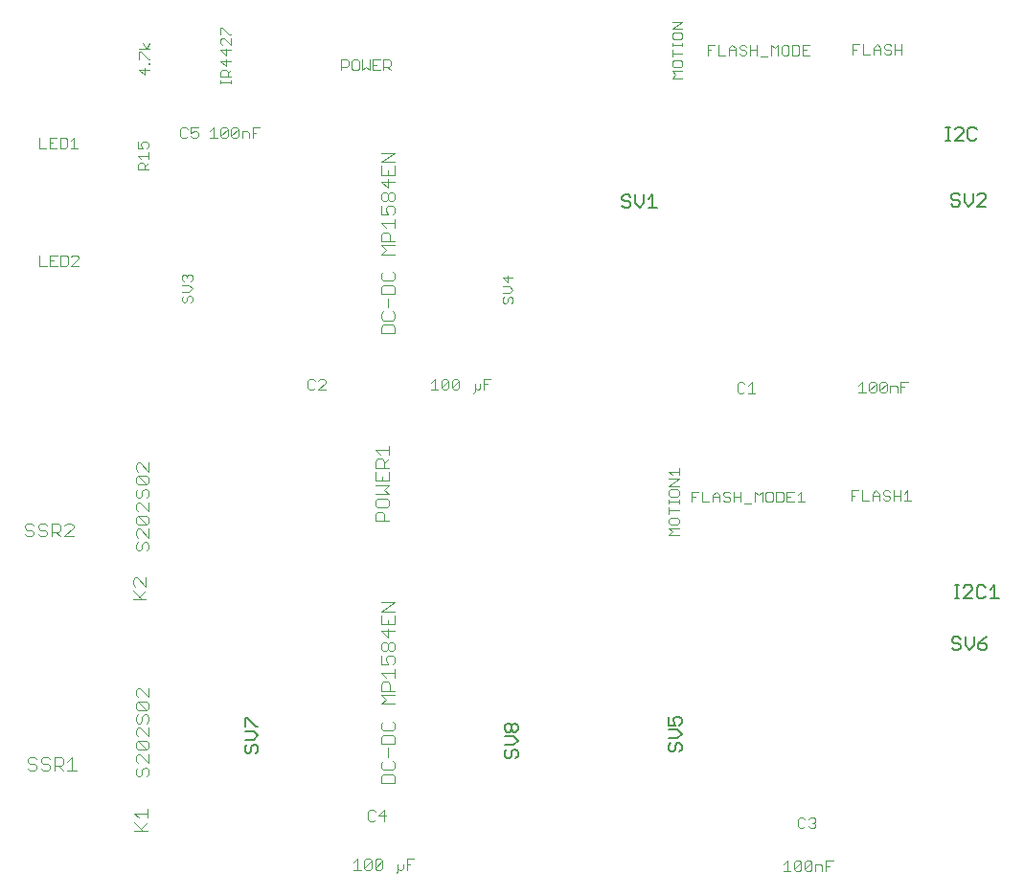
<source format=gto>
G75*
%MOIN*%
%OFA0B0*%
%FSLAX25Y25*%
%IPPOS*%
%LPD*%
%AMOC8*
5,1,8,0,0,1.08239X$1,22.5*
%
%ADD10C,0.00300*%
%ADD11C,0.00400*%
%ADD12C,0.00500*%
D10*
X0148250Y0050350D02*
X0150719Y0050350D01*
X0149484Y0050350D02*
X0149484Y0054053D01*
X0148250Y0052819D01*
X0151933Y0053436D02*
X0152550Y0054053D01*
X0153785Y0054053D01*
X0154402Y0053436D01*
X0151933Y0050967D01*
X0152550Y0050350D01*
X0153785Y0050350D01*
X0154402Y0050967D01*
X0154402Y0053436D01*
X0155616Y0053436D02*
X0156233Y0054053D01*
X0157468Y0054053D01*
X0158085Y0053436D01*
X0155616Y0050967D01*
X0156233Y0050350D01*
X0157468Y0050350D01*
X0158085Y0050967D01*
X0158085Y0053436D01*
X0155616Y0053436D02*
X0155616Y0050967D01*
X0151933Y0050967D02*
X0151933Y0053436D01*
X0163600Y0052202D02*
X0163600Y0050967D01*
X0163600Y0049733D01*
X0162983Y0049116D01*
X0164217Y0050350D02*
X0164834Y0050350D01*
X0165451Y0050967D01*
X0165451Y0052202D01*
X0166666Y0052202D02*
X0167900Y0052202D01*
X0166666Y0054053D02*
X0169134Y0054053D01*
X0166666Y0054053D02*
X0166666Y0050350D01*
X0164217Y0050350D02*
X0163600Y0050967D01*
X0158785Y0067350D02*
X0158785Y0071053D01*
X0156933Y0069202D01*
X0159402Y0069202D01*
X0155719Y0070436D02*
X0155102Y0071053D01*
X0153867Y0071053D01*
X0153250Y0070436D01*
X0153250Y0067967D01*
X0153867Y0067350D01*
X0155102Y0067350D01*
X0155719Y0067967D01*
X0297750Y0052319D02*
X0298984Y0053553D01*
X0298984Y0049850D01*
X0297750Y0049850D02*
X0300219Y0049850D01*
X0301433Y0050467D02*
X0303902Y0052936D01*
X0303902Y0050467D01*
X0303285Y0049850D01*
X0302050Y0049850D01*
X0301433Y0050467D01*
X0301433Y0052936D01*
X0302050Y0053553D01*
X0303285Y0053553D01*
X0303902Y0052936D01*
X0305116Y0052936D02*
X0305116Y0050467D01*
X0307585Y0052936D01*
X0307585Y0050467D01*
X0306968Y0049850D01*
X0305733Y0049850D01*
X0305116Y0050467D01*
X0305116Y0052936D02*
X0305733Y0053553D01*
X0306968Y0053553D01*
X0307585Y0052936D01*
X0308799Y0052319D02*
X0310651Y0052319D01*
X0311268Y0051702D01*
X0311268Y0049850D01*
X0312483Y0049850D02*
X0312483Y0053553D01*
X0314951Y0053553D01*
X0313717Y0051702D02*
X0312483Y0051702D01*
X0308799Y0052319D02*
X0308799Y0049850D01*
X0308285Y0064850D02*
X0307050Y0064850D01*
X0306433Y0065467D01*
X0305219Y0065467D02*
X0304602Y0064850D01*
X0303367Y0064850D01*
X0302750Y0065467D01*
X0302750Y0067936D01*
X0303367Y0068553D01*
X0304602Y0068553D01*
X0305219Y0067936D01*
X0306433Y0067936D02*
X0307050Y0068553D01*
X0308285Y0068553D01*
X0308902Y0067936D01*
X0308902Y0067319D01*
X0308285Y0066702D01*
X0308902Y0066084D01*
X0308902Y0065467D01*
X0308285Y0064850D01*
X0308285Y0066702D02*
X0307668Y0066702D01*
X0323850Y0216550D02*
X0326319Y0216550D01*
X0325084Y0216550D02*
X0325084Y0220253D01*
X0323850Y0219019D01*
X0327533Y0219636D02*
X0327533Y0217167D01*
X0330002Y0219636D01*
X0330002Y0217167D01*
X0329385Y0216550D01*
X0328150Y0216550D01*
X0327533Y0217167D01*
X0327533Y0219636D02*
X0328150Y0220253D01*
X0329385Y0220253D01*
X0330002Y0219636D01*
X0331216Y0219636D02*
X0331833Y0220253D01*
X0333068Y0220253D01*
X0333685Y0219636D01*
X0331216Y0217167D01*
X0331833Y0216550D01*
X0333068Y0216550D01*
X0333685Y0217167D01*
X0333685Y0219636D01*
X0334899Y0219019D02*
X0336751Y0219019D01*
X0337368Y0218402D01*
X0337368Y0216550D01*
X0338583Y0216550D02*
X0338583Y0220253D01*
X0341051Y0220253D01*
X0339817Y0218402D02*
X0338583Y0218402D01*
X0334899Y0219019D02*
X0334899Y0216550D01*
X0331216Y0217167D02*
X0331216Y0219636D01*
X0287902Y0216350D02*
X0285433Y0216350D01*
X0286668Y0216350D02*
X0286668Y0220053D01*
X0285433Y0218819D01*
X0284219Y0219436D02*
X0283602Y0220053D01*
X0282367Y0220053D01*
X0281750Y0219436D01*
X0281750Y0216967D01*
X0282367Y0216350D01*
X0283602Y0216350D01*
X0284219Y0216967D01*
X0195934Y0221253D02*
X0193466Y0221253D01*
X0193466Y0217550D01*
X0192251Y0218167D02*
X0192251Y0219402D01*
X0193466Y0219402D02*
X0194700Y0219402D01*
X0192251Y0218167D02*
X0191634Y0217550D01*
X0191017Y0217550D01*
X0190400Y0218167D01*
X0190400Y0216933D01*
X0189783Y0216316D01*
X0190400Y0218167D02*
X0190400Y0219402D01*
X0184885Y0220636D02*
X0184268Y0221253D01*
X0183033Y0221253D01*
X0182416Y0220636D01*
X0182416Y0218167D01*
X0184885Y0220636D01*
X0184885Y0218167D01*
X0184268Y0217550D01*
X0183033Y0217550D01*
X0182416Y0218167D01*
X0181202Y0218167D02*
X0180585Y0217550D01*
X0179350Y0217550D01*
X0178733Y0218167D01*
X0181202Y0220636D01*
X0181202Y0218167D01*
X0178733Y0218167D02*
X0178733Y0220636D01*
X0179350Y0221253D01*
X0180585Y0221253D01*
X0181202Y0220636D01*
X0177519Y0217550D02*
X0175050Y0217550D01*
X0176284Y0217550D02*
X0176284Y0221253D01*
X0175050Y0220019D01*
X0138302Y0219919D02*
X0135833Y0217450D01*
X0138302Y0217450D01*
X0138302Y0219919D02*
X0138302Y0220536D01*
X0137685Y0221153D01*
X0136450Y0221153D01*
X0135833Y0220536D01*
X0134619Y0220536D02*
X0134002Y0221153D01*
X0132767Y0221153D01*
X0132150Y0220536D01*
X0132150Y0218067D01*
X0132767Y0217450D01*
X0134002Y0217450D01*
X0134619Y0218067D01*
X0052368Y0260650D02*
X0049899Y0260650D01*
X0052368Y0263119D01*
X0052368Y0263736D01*
X0051751Y0264353D01*
X0050517Y0264353D01*
X0049899Y0263736D01*
X0048685Y0263736D02*
X0048685Y0261267D01*
X0048068Y0260650D01*
X0046216Y0260650D01*
X0046216Y0264353D01*
X0048068Y0264353D01*
X0048685Y0263736D01*
X0045002Y0264353D02*
X0042533Y0264353D01*
X0042533Y0260650D01*
X0045002Y0260650D01*
X0043768Y0262502D02*
X0042533Y0262502D01*
X0041319Y0260650D02*
X0038850Y0260650D01*
X0038850Y0264353D01*
X0073047Y0294101D02*
X0073047Y0295952D01*
X0073664Y0296569D01*
X0074898Y0296569D01*
X0075516Y0295952D01*
X0075516Y0294101D01*
X0075516Y0295335D02*
X0076750Y0296569D01*
X0076750Y0297784D02*
X0076750Y0300252D01*
X0076750Y0299018D02*
X0073047Y0299018D01*
X0074281Y0297784D01*
X0074898Y0301467D02*
X0074281Y0302701D01*
X0074281Y0303318D01*
X0074898Y0303936D01*
X0076133Y0303936D01*
X0076750Y0303318D01*
X0076750Y0302084D01*
X0076133Y0301467D01*
X0074898Y0301467D02*
X0073047Y0301467D01*
X0073047Y0303936D01*
X0073047Y0294101D02*
X0076750Y0294101D01*
X0087884Y0305767D02*
X0088501Y0305150D01*
X0089735Y0305150D01*
X0090352Y0305767D01*
X0091567Y0305767D02*
X0092184Y0305150D01*
X0093418Y0305150D01*
X0094036Y0305767D01*
X0094036Y0307002D01*
X0093418Y0307619D01*
X0092801Y0307619D01*
X0091567Y0307002D01*
X0091567Y0308853D01*
X0094036Y0308853D01*
X0090352Y0308236D02*
X0089735Y0308853D01*
X0088501Y0308853D01*
X0087884Y0308236D01*
X0087884Y0305767D01*
X0098234Y0305150D02*
X0100703Y0305150D01*
X0099469Y0305150D02*
X0099469Y0308853D01*
X0098234Y0307619D01*
X0101917Y0308236D02*
X0101917Y0305767D01*
X0104386Y0308236D01*
X0104386Y0305767D01*
X0103769Y0305150D01*
X0102535Y0305150D01*
X0101917Y0305767D01*
X0101917Y0308236D02*
X0102535Y0308853D01*
X0103769Y0308853D01*
X0104386Y0308236D01*
X0105601Y0308236D02*
X0106218Y0308853D01*
X0107452Y0308853D01*
X0108069Y0308236D01*
X0105601Y0305767D01*
X0106218Y0305150D01*
X0107452Y0305150D01*
X0108069Y0305767D01*
X0108069Y0308236D01*
X0109284Y0307619D02*
X0111135Y0307619D01*
X0111752Y0307002D01*
X0111752Y0305150D01*
X0112967Y0305150D02*
X0112967Y0308853D01*
X0115436Y0308853D01*
X0114201Y0307002D02*
X0112967Y0307002D01*
X0109284Y0307619D02*
X0109284Y0305150D01*
X0105601Y0305767D02*
X0105601Y0308236D01*
X0077250Y0328924D02*
X0073547Y0328924D01*
X0075398Y0327073D01*
X0075398Y0329542D01*
X0076633Y0330756D02*
X0076633Y0331373D01*
X0077250Y0331373D01*
X0077250Y0330756D01*
X0076633Y0330756D01*
X0076633Y0332598D02*
X0074164Y0335066D01*
X0073547Y0335066D01*
X0073547Y0332598D01*
X0076633Y0332598D02*
X0077250Y0332598D01*
X0077250Y0336281D02*
X0073547Y0336281D01*
X0074781Y0338132D02*
X0076016Y0336281D01*
X0077250Y0338132D01*
X0050934Y0305353D02*
X0050934Y0301650D01*
X0052168Y0301650D02*
X0049699Y0301650D01*
X0048485Y0302267D02*
X0048485Y0304736D01*
X0047868Y0305353D01*
X0046016Y0305353D01*
X0046016Y0301650D01*
X0047868Y0301650D01*
X0048485Y0302267D01*
X0049699Y0304119D02*
X0050934Y0305353D01*
X0044802Y0305353D02*
X0042333Y0305353D01*
X0042333Y0301650D01*
X0044802Y0301650D01*
X0043568Y0303502D02*
X0042333Y0303502D01*
X0041119Y0301650D02*
X0038650Y0301650D01*
X0038650Y0305353D01*
X0143850Y0328750D02*
X0143850Y0332453D01*
X0145702Y0332453D01*
X0146319Y0331836D01*
X0146319Y0330602D01*
X0145702Y0329984D01*
X0143850Y0329984D01*
X0147533Y0329367D02*
X0148150Y0328750D01*
X0149385Y0328750D01*
X0150002Y0329367D01*
X0150002Y0331836D01*
X0149385Y0332453D01*
X0148150Y0332453D01*
X0147533Y0331836D01*
X0147533Y0329367D01*
X0151216Y0328750D02*
X0151216Y0332453D01*
X0153685Y0332453D02*
X0153685Y0328750D01*
X0152451Y0329984D01*
X0151216Y0328750D01*
X0154899Y0328750D02*
X0154899Y0332453D01*
X0157368Y0332453D01*
X0158583Y0332453D02*
X0160434Y0332453D01*
X0161051Y0331836D01*
X0161051Y0330602D01*
X0160434Y0329984D01*
X0158583Y0329984D01*
X0159817Y0329984D02*
X0161051Y0328750D01*
X0158583Y0328750D02*
X0158583Y0332453D01*
X0156134Y0330602D02*
X0154899Y0330602D01*
X0154899Y0328750D02*
X0157368Y0328750D01*
D11*
X0076400Y0063900D02*
X0071796Y0063900D01*
X0074098Y0064667D02*
X0076400Y0066969D01*
X0076400Y0068504D02*
X0076400Y0071573D01*
X0076400Y0070039D02*
X0071796Y0070039D01*
X0073331Y0068504D01*
X0071796Y0066969D02*
X0074865Y0063900D01*
X0073831Y0082900D02*
X0074598Y0083667D01*
X0074598Y0085202D01*
X0075365Y0085969D01*
X0076133Y0085969D01*
X0076900Y0085202D01*
X0076900Y0083667D01*
X0076133Y0082900D01*
X0073831Y0082900D02*
X0073063Y0082900D01*
X0072296Y0083667D01*
X0072296Y0085202D01*
X0073063Y0085969D01*
X0073063Y0087504D02*
X0072296Y0088271D01*
X0072296Y0089806D01*
X0073063Y0090573D01*
X0073831Y0090573D01*
X0076900Y0087504D01*
X0076900Y0090573D01*
X0076133Y0092108D02*
X0073063Y0095177D01*
X0076133Y0095177D01*
X0076900Y0094410D01*
X0076900Y0092875D01*
X0076133Y0092108D01*
X0073063Y0092108D01*
X0072296Y0092875D01*
X0072296Y0094410D01*
X0073063Y0095177D01*
X0073063Y0096712D02*
X0072296Y0097479D01*
X0072296Y0099014D01*
X0073063Y0099781D01*
X0073831Y0099781D01*
X0076900Y0096712D01*
X0076900Y0099781D01*
X0076133Y0101316D02*
X0076900Y0102083D01*
X0076900Y0103618D01*
X0076133Y0104385D01*
X0075365Y0104385D01*
X0074598Y0103618D01*
X0074598Y0102083D01*
X0073831Y0101316D01*
X0073063Y0101316D01*
X0072296Y0102083D01*
X0072296Y0103618D01*
X0073063Y0104385D01*
X0073063Y0105920D02*
X0072296Y0106687D01*
X0072296Y0108222D01*
X0073063Y0108989D01*
X0076133Y0105920D01*
X0076900Y0106687D01*
X0076900Y0108222D01*
X0076133Y0108989D01*
X0073063Y0108989D01*
X0073063Y0110524D02*
X0072296Y0111291D01*
X0072296Y0112826D01*
X0073063Y0113593D01*
X0073831Y0113593D01*
X0076900Y0110524D01*
X0076900Y0113593D01*
X0076133Y0105920D02*
X0073063Y0105920D01*
X0050146Y0089504D02*
X0050146Y0084900D01*
X0048612Y0084900D02*
X0051681Y0084900D01*
X0048612Y0087969D02*
X0050146Y0089504D01*
X0047077Y0088737D02*
X0047077Y0087202D01*
X0046310Y0086435D01*
X0044008Y0086435D01*
X0045542Y0086435D02*
X0047077Y0084900D01*
X0044008Y0084900D02*
X0044008Y0089504D01*
X0046310Y0089504D01*
X0047077Y0088737D01*
X0042473Y0088737D02*
X0041706Y0089504D01*
X0040171Y0089504D01*
X0039404Y0088737D01*
X0039404Y0087969D01*
X0040171Y0087202D01*
X0041706Y0087202D01*
X0042473Y0086435D01*
X0042473Y0085667D01*
X0041706Y0084900D01*
X0040171Y0084900D01*
X0039404Y0085667D01*
X0037869Y0085667D02*
X0037102Y0084900D01*
X0035567Y0084900D01*
X0034800Y0085667D01*
X0035567Y0087202D02*
X0037102Y0087202D01*
X0037869Y0086435D01*
X0037869Y0085667D01*
X0035567Y0087202D02*
X0034800Y0087969D01*
X0034800Y0088737D01*
X0035567Y0089504D01*
X0037102Y0089504D01*
X0037869Y0088737D01*
X0071296Y0144400D02*
X0075900Y0144400D01*
X0074365Y0144400D02*
X0071296Y0147469D01*
X0072063Y0149004D02*
X0071296Y0149771D01*
X0071296Y0151306D01*
X0072063Y0152073D01*
X0072831Y0152073D01*
X0075900Y0149004D01*
X0075900Y0152073D01*
X0075900Y0147469D02*
X0073598Y0145167D01*
X0073831Y0161400D02*
X0074598Y0162167D01*
X0074598Y0163702D01*
X0075365Y0164469D01*
X0076133Y0164469D01*
X0076900Y0163702D01*
X0076900Y0162167D01*
X0076133Y0161400D01*
X0073831Y0161400D02*
X0073063Y0161400D01*
X0072296Y0162167D01*
X0072296Y0163702D01*
X0073063Y0164469D01*
X0073063Y0166004D02*
X0072296Y0166771D01*
X0072296Y0168306D01*
X0073063Y0169073D01*
X0073831Y0169073D01*
X0076900Y0166004D01*
X0076900Y0169073D01*
X0076133Y0170608D02*
X0073063Y0173677D01*
X0076133Y0173677D01*
X0076900Y0172910D01*
X0076900Y0171375D01*
X0076133Y0170608D01*
X0073063Y0170608D01*
X0072296Y0171375D01*
X0072296Y0172910D01*
X0073063Y0173677D01*
X0073063Y0175212D02*
X0072296Y0175979D01*
X0072296Y0177514D01*
X0073063Y0178281D01*
X0073831Y0178281D01*
X0076900Y0175212D01*
X0076900Y0178281D01*
X0076133Y0179816D02*
X0076900Y0180583D01*
X0076900Y0182118D01*
X0076133Y0182885D01*
X0075365Y0182885D01*
X0074598Y0182118D01*
X0074598Y0180583D01*
X0073831Y0179816D01*
X0073063Y0179816D01*
X0072296Y0180583D01*
X0072296Y0182118D01*
X0073063Y0182885D01*
X0073063Y0184420D02*
X0072296Y0185187D01*
X0072296Y0186722D01*
X0073063Y0187489D01*
X0076133Y0184420D01*
X0076900Y0185187D01*
X0076900Y0186722D01*
X0076133Y0187489D01*
X0073063Y0187489D01*
X0073063Y0189024D02*
X0072296Y0189791D01*
X0072296Y0191326D01*
X0073063Y0192093D01*
X0073831Y0192093D01*
X0076900Y0189024D01*
X0076900Y0192093D01*
X0076133Y0184420D02*
X0073063Y0184420D01*
X0050681Y0170237D02*
X0050681Y0169469D01*
X0047612Y0166400D01*
X0050681Y0166400D01*
X0050681Y0170237D02*
X0049914Y0171004D01*
X0048379Y0171004D01*
X0047612Y0170237D01*
X0046077Y0170237D02*
X0046077Y0168702D01*
X0045310Y0167935D01*
X0043008Y0167935D01*
X0044542Y0167935D02*
X0046077Y0166400D01*
X0043008Y0166400D02*
X0043008Y0171004D01*
X0045310Y0171004D01*
X0046077Y0170237D01*
X0041473Y0170237D02*
X0040706Y0171004D01*
X0039171Y0171004D01*
X0038404Y0170237D01*
X0038404Y0169469D01*
X0039171Y0168702D01*
X0040706Y0168702D01*
X0041473Y0167935D01*
X0041473Y0167167D01*
X0040706Y0166400D01*
X0039171Y0166400D01*
X0038404Y0167167D01*
X0036869Y0167167D02*
X0036102Y0166400D01*
X0034567Y0166400D01*
X0033800Y0167167D01*
X0034567Y0168702D02*
X0036102Y0168702D01*
X0036869Y0167935D01*
X0036869Y0167167D01*
X0034567Y0168702D02*
X0033800Y0169469D01*
X0033800Y0170237D01*
X0034567Y0171004D01*
X0036102Y0171004D01*
X0036869Y0170237D01*
X0088997Y0247900D02*
X0089598Y0247900D01*
X0090198Y0248501D01*
X0090198Y0249702D01*
X0090799Y0250302D01*
X0091399Y0250302D01*
X0092000Y0249702D01*
X0092000Y0248501D01*
X0091399Y0247900D01*
X0088997Y0247900D02*
X0088397Y0248501D01*
X0088397Y0249702D01*
X0088997Y0250302D01*
X0088397Y0251583D02*
X0090799Y0251583D01*
X0092000Y0252784D01*
X0090799Y0253985D01*
X0088397Y0253985D01*
X0088997Y0255266D02*
X0088397Y0255867D01*
X0088397Y0257068D01*
X0088997Y0257668D01*
X0089598Y0257668D01*
X0090198Y0257068D01*
X0090799Y0257668D01*
X0091399Y0257668D01*
X0092000Y0257068D01*
X0092000Y0255867D01*
X0091399Y0255266D01*
X0090198Y0256467D02*
X0090198Y0257068D01*
X0157828Y0257790D02*
X0157828Y0256255D01*
X0158595Y0255488D01*
X0161664Y0255488D01*
X0162431Y0256255D01*
X0162431Y0257790D01*
X0161664Y0258557D01*
X0158595Y0258557D02*
X0157828Y0257790D01*
X0158595Y0253954D02*
X0157828Y0253186D01*
X0157828Y0250884D01*
X0162431Y0250884D01*
X0162431Y0253186D01*
X0161664Y0253954D01*
X0158595Y0253954D01*
X0160130Y0249350D02*
X0160130Y0246280D01*
X0161664Y0244746D02*
X0162431Y0243978D01*
X0162431Y0242444D01*
X0161664Y0241676D01*
X0158595Y0241676D01*
X0157828Y0242444D01*
X0157828Y0243978D01*
X0158595Y0244746D01*
X0158595Y0240142D02*
X0157828Y0239374D01*
X0157828Y0237072D01*
X0162431Y0237072D01*
X0162431Y0239374D01*
X0161664Y0240142D01*
X0158595Y0240142D01*
X0157828Y0264696D02*
X0159362Y0266231D01*
X0157828Y0267765D01*
X0162431Y0267765D01*
X0162431Y0269300D02*
X0157828Y0269300D01*
X0157828Y0271602D01*
X0158595Y0272369D01*
X0160130Y0272369D01*
X0160897Y0271602D01*
X0160897Y0269300D01*
X0162431Y0273904D02*
X0162431Y0276973D01*
X0162431Y0275439D02*
X0157828Y0275439D01*
X0159362Y0273904D01*
X0160130Y0278508D02*
X0159362Y0280042D01*
X0159362Y0280810D01*
X0160130Y0281577D01*
X0161664Y0281577D01*
X0162431Y0280810D01*
X0162431Y0279275D01*
X0161664Y0278508D01*
X0160130Y0278508D02*
X0157828Y0278508D01*
X0157828Y0281577D01*
X0158595Y0283112D02*
X0159362Y0283112D01*
X0160130Y0283879D01*
X0160130Y0285414D01*
X0160897Y0286181D01*
X0161664Y0286181D01*
X0162431Y0285414D01*
X0162431Y0283879D01*
X0161664Y0283112D01*
X0160897Y0283112D01*
X0160130Y0283879D01*
X0160130Y0285414D02*
X0159362Y0286181D01*
X0158595Y0286181D01*
X0157828Y0285414D01*
X0157828Y0283879D01*
X0158595Y0283112D01*
X0160130Y0287716D02*
X0160130Y0290785D01*
X0160130Y0292320D02*
X0160130Y0293854D01*
X0162431Y0292320D02*
X0157828Y0292320D01*
X0157828Y0295389D01*
X0157828Y0296923D02*
X0162431Y0299993D01*
X0157828Y0299993D01*
X0157828Y0296923D02*
X0162431Y0296923D01*
X0162431Y0295389D02*
X0162431Y0292320D01*
X0162431Y0290018D02*
X0157828Y0290018D01*
X0160130Y0287716D01*
X0162431Y0264696D02*
X0157828Y0264696D01*
X0199997Y0256618D02*
X0201798Y0254817D01*
X0201798Y0257219D01*
X0199997Y0256618D02*
X0203600Y0256618D01*
X0202399Y0253536D02*
X0199997Y0253536D01*
X0202399Y0253536D02*
X0203600Y0252335D01*
X0202399Y0251134D01*
X0199997Y0251134D01*
X0200597Y0249853D02*
X0199997Y0249252D01*
X0199997Y0248051D01*
X0200597Y0247451D01*
X0201198Y0247451D01*
X0201798Y0248051D01*
X0201798Y0249252D01*
X0202399Y0249853D01*
X0202999Y0249853D01*
X0203600Y0249252D01*
X0203600Y0248051D01*
X0202999Y0247451D01*
X0160400Y0197989D02*
X0160400Y0194920D01*
X0160400Y0196454D02*
X0155796Y0196454D01*
X0157331Y0194920D01*
X0158098Y0193385D02*
X0158865Y0192618D01*
X0158865Y0190316D01*
X0158865Y0191850D02*
X0160400Y0193385D01*
X0158098Y0193385D02*
X0156563Y0193385D01*
X0155796Y0192618D01*
X0155796Y0190316D01*
X0160400Y0190316D01*
X0160400Y0188781D02*
X0160400Y0185712D01*
X0155796Y0185712D01*
X0155796Y0188781D01*
X0158098Y0187246D02*
X0158098Y0185712D01*
X0160400Y0184177D02*
X0155796Y0184177D01*
X0155796Y0181108D02*
X0160400Y0181108D01*
X0158865Y0182642D01*
X0160400Y0184177D01*
X0159633Y0179573D02*
X0156563Y0179573D01*
X0155796Y0178806D01*
X0155796Y0177271D01*
X0156563Y0176504D01*
X0159633Y0176504D01*
X0160400Y0177271D01*
X0160400Y0178806D01*
X0159633Y0179573D01*
X0158098Y0174969D02*
X0156563Y0174969D01*
X0155796Y0174202D01*
X0155796Y0171900D01*
X0160400Y0171900D01*
X0158865Y0171900D02*
X0158865Y0174202D01*
X0158098Y0174969D01*
X0157828Y0143393D02*
X0162431Y0143393D01*
X0157828Y0140323D01*
X0162431Y0140323D01*
X0162431Y0138789D02*
X0162431Y0135720D01*
X0157828Y0135720D01*
X0157828Y0138789D01*
X0160130Y0137254D02*
X0160130Y0135720D01*
X0160130Y0134185D02*
X0160130Y0131116D01*
X0157828Y0133418D01*
X0162431Y0133418D01*
X0161664Y0129581D02*
X0160897Y0129581D01*
X0160130Y0128814D01*
X0160130Y0127279D01*
X0159362Y0126512D01*
X0158595Y0126512D01*
X0157828Y0127279D01*
X0157828Y0128814D01*
X0158595Y0129581D01*
X0159362Y0129581D01*
X0160130Y0128814D01*
X0160130Y0127279D02*
X0160897Y0126512D01*
X0161664Y0126512D01*
X0162431Y0127279D01*
X0162431Y0128814D01*
X0161664Y0129581D01*
X0161664Y0124977D02*
X0160130Y0124977D01*
X0159362Y0124210D01*
X0159362Y0123442D01*
X0160130Y0121908D01*
X0157828Y0121908D01*
X0157828Y0124977D01*
X0161664Y0124977D02*
X0162431Y0124210D01*
X0162431Y0122675D01*
X0161664Y0121908D01*
X0162431Y0120373D02*
X0162431Y0117304D01*
X0162431Y0118839D02*
X0157828Y0118839D01*
X0159362Y0117304D01*
X0158595Y0115769D02*
X0160130Y0115769D01*
X0160897Y0115002D01*
X0160897Y0112700D01*
X0162431Y0112700D02*
X0157828Y0112700D01*
X0157828Y0115002D01*
X0158595Y0115769D01*
X0157828Y0111165D02*
X0162431Y0111165D01*
X0162431Y0108096D02*
X0157828Y0108096D01*
X0159362Y0109631D01*
X0157828Y0111165D01*
X0158595Y0101957D02*
X0157828Y0101190D01*
X0157828Y0099655D01*
X0158595Y0098888D01*
X0161664Y0098888D01*
X0162431Y0099655D01*
X0162431Y0101190D01*
X0161664Y0101957D01*
X0161664Y0097354D02*
X0158595Y0097354D01*
X0157828Y0096586D01*
X0157828Y0094284D01*
X0162431Y0094284D01*
X0162431Y0096586D01*
X0161664Y0097354D01*
X0160130Y0092750D02*
X0160130Y0089680D01*
X0161664Y0088146D02*
X0162431Y0087378D01*
X0162431Y0085844D01*
X0161664Y0085076D01*
X0158595Y0085076D01*
X0157828Y0085844D01*
X0157828Y0087378D01*
X0158595Y0088146D01*
X0158595Y0083542D02*
X0157828Y0082774D01*
X0157828Y0080472D01*
X0162431Y0080472D01*
X0162431Y0082774D01*
X0161664Y0083542D01*
X0158595Y0083542D01*
X0257797Y0166846D02*
X0258998Y0168047D01*
X0257797Y0169248D01*
X0261400Y0169248D01*
X0260799Y0170529D02*
X0258397Y0170529D01*
X0257797Y0171129D01*
X0257797Y0172330D01*
X0258397Y0172931D01*
X0260799Y0172931D01*
X0261400Y0172330D01*
X0261400Y0171129D01*
X0260799Y0170529D01*
X0261400Y0166846D02*
X0257797Y0166846D01*
X0257797Y0174212D02*
X0257797Y0176614D01*
X0257797Y0175413D02*
X0261400Y0175413D01*
X0261400Y0177895D02*
X0261400Y0179096D01*
X0261400Y0178496D02*
X0257797Y0178496D01*
X0257797Y0179096D02*
X0257797Y0177895D01*
X0258397Y0180351D02*
X0260799Y0180351D01*
X0261400Y0180951D01*
X0261400Y0182152D01*
X0260799Y0182753D01*
X0258397Y0182753D01*
X0257797Y0182152D01*
X0257797Y0180951D01*
X0258397Y0180351D01*
X0257797Y0184034D02*
X0261400Y0186436D01*
X0257797Y0186436D01*
X0258998Y0187717D02*
X0257797Y0188918D01*
X0261400Y0188918D01*
X0261400Y0187717D02*
X0261400Y0190119D01*
X0261400Y0184034D02*
X0257797Y0184034D01*
X0265785Y0182003D02*
X0265785Y0178400D01*
X0265785Y0180202D02*
X0266986Y0180202D01*
X0265785Y0182003D02*
X0268187Y0182003D01*
X0269469Y0182003D02*
X0269469Y0178400D01*
X0271871Y0178400D01*
X0273152Y0178400D02*
X0273152Y0180802D01*
X0274353Y0182003D01*
X0275554Y0180802D01*
X0275554Y0178400D01*
X0276835Y0179001D02*
X0277435Y0178400D01*
X0278636Y0178400D01*
X0279237Y0179001D01*
X0279237Y0179601D01*
X0278636Y0180202D01*
X0277435Y0180202D01*
X0276835Y0180802D01*
X0276835Y0181403D01*
X0277435Y0182003D01*
X0278636Y0182003D01*
X0279237Y0181403D01*
X0280518Y0182003D02*
X0280518Y0178400D01*
X0280518Y0180202D02*
X0282920Y0180202D01*
X0282920Y0182003D02*
X0282920Y0178400D01*
X0284201Y0177799D02*
X0286603Y0177799D01*
X0287884Y0178400D02*
X0287884Y0182003D01*
X0289085Y0180802D01*
X0290286Y0182003D01*
X0290286Y0178400D01*
X0291567Y0179001D02*
X0291567Y0181403D01*
X0292168Y0182003D01*
X0293369Y0182003D01*
X0293969Y0181403D01*
X0293969Y0179001D01*
X0293369Y0178400D01*
X0292168Y0178400D01*
X0291567Y0179001D01*
X0295251Y0178400D02*
X0297052Y0178400D01*
X0297653Y0179001D01*
X0297653Y0181403D01*
X0297052Y0182003D01*
X0295251Y0182003D01*
X0295251Y0178400D01*
X0298934Y0178400D02*
X0298934Y0182003D01*
X0301336Y0182003D01*
X0302617Y0180802D02*
X0303818Y0182003D01*
X0303818Y0178400D01*
X0302617Y0178400D02*
X0305019Y0178400D01*
X0301336Y0178400D02*
X0298934Y0178400D01*
X0298934Y0180202D02*
X0300135Y0180202D01*
X0321300Y0180702D02*
X0322501Y0180702D01*
X0321300Y0182503D02*
X0323702Y0182503D01*
X0324983Y0182503D02*
X0324983Y0178900D01*
X0327385Y0178900D01*
X0328666Y0178900D02*
X0328666Y0181302D01*
X0329867Y0182503D01*
X0331068Y0181302D01*
X0331068Y0178900D01*
X0332349Y0179501D02*
X0332950Y0178900D01*
X0334151Y0178900D01*
X0334751Y0179501D01*
X0334751Y0180101D01*
X0334151Y0180702D01*
X0332950Y0180702D01*
X0332349Y0181302D01*
X0332349Y0181903D01*
X0332950Y0182503D01*
X0334151Y0182503D01*
X0334751Y0181903D01*
X0336033Y0182503D02*
X0336033Y0178900D01*
X0336033Y0180702D02*
X0338435Y0180702D01*
X0339716Y0181302D02*
X0340917Y0182503D01*
X0340917Y0178900D01*
X0339716Y0178900D02*
X0342118Y0178900D01*
X0338435Y0178900D02*
X0338435Y0182503D01*
X0331068Y0180702D02*
X0328666Y0180702D01*
X0321300Y0182503D02*
X0321300Y0178900D01*
X0275554Y0180202D02*
X0273152Y0180202D01*
X0105500Y0324100D02*
X0105500Y0325301D01*
X0105500Y0324701D02*
X0101897Y0324701D01*
X0101897Y0325301D02*
X0101897Y0324100D01*
X0101897Y0326555D02*
X0101897Y0328357D01*
X0102497Y0328957D01*
X0103698Y0328957D01*
X0104299Y0328357D01*
X0104299Y0326555D01*
X0105500Y0326555D02*
X0101897Y0326555D01*
X0104299Y0327756D02*
X0105500Y0328957D01*
X0103698Y0330239D02*
X0103698Y0332641D01*
X0103698Y0333922D02*
X0103698Y0336324D01*
X0102497Y0337605D02*
X0101897Y0338205D01*
X0101897Y0339406D01*
X0102497Y0340007D01*
X0103098Y0340007D01*
X0105500Y0337605D01*
X0105500Y0340007D01*
X0105500Y0341288D02*
X0104899Y0341288D01*
X0102497Y0343690D01*
X0101897Y0343690D01*
X0101897Y0341288D01*
X0101897Y0335723D02*
X0103698Y0333922D01*
X0101897Y0335723D02*
X0105500Y0335723D01*
X0105500Y0332040D02*
X0101897Y0332040D01*
X0103698Y0330239D01*
X0258997Y0330312D02*
X0259597Y0329712D01*
X0261999Y0329712D01*
X0262600Y0330312D01*
X0262600Y0331514D01*
X0261999Y0332114D01*
X0259597Y0332114D01*
X0258997Y0331514D01*
X0258997Y0330312D01*
X0258997Y0328431D02*
X0262600Y0328431D01*
X0262600Y0326029D02*
X0258997Y0326029D01*
X0260198Y0327230D01*
X0258997Y0328431D01*
X0258997Y0333395D02*
X0258997Y0335797D01*
X0258997Y0334596D02*
X0262600Y0334596D01*
X0262600Y0337078D02*
X0262600Y0338279D01*
X0262600Y0337679D02*
X0258997Y0337679D01*
X0258997Y0338279D02*
X0258997Y0337078D01*
X0259597Y0339534D02*
X0261999Y0339534D01*
X0262600Y0340134D01*
X0262600Y0341335D01*
X0261999Y0341936D01*
X0259597Y0341936D01*
X0258997Y0341335D01*
X0258997Y0340134D01*
X0259597Y0339534D01*
X0258997Y0343217D02*
X0262600Y0345619D01*
X0258997Y0345619D01*
X0258997Y0343217D02*
X0262600Y0343217D01*
X0271369Y0337603D02*
X0273771Y0337603D01*
X0275052Y0337603D02*
X0275052Y0334000D01*
X0277454Y0334000D01*
X0278735Y0334000D02*
X0278735Y0336402D01*
X0279936Y0337603D01*
X0281137Y0336402D01*
X0281137Y0334000D01*
X0282418Y0334601D02*
X0283018Y0334000D01*
X0284220Y0334000D01*
X0284820Y0334601D01*
X0284820Y0335201D01*
X0284220Y0335802D01*
X0283018Y0335802D01*
X0282418Y0336402D01*
X0282418Y0337003D01*
X0283018Y0337603D01*
X0284220Y0337603D01*
X0284820Y0337003D01*
X0286101Y0337603D02*
X0286101Y0334000D01*
X0286101Y0335802D02*
X0288503Y0335802D01*
X0288503Y0337603D02*
X0288503Y0334000D01*
X0289784Y0333399D02*
X0292186Y0333399D01*
X0293467Y0334000D02*
X0293467Y0337603D01*
X0294668Y0336402D01*
X0295869Y0337603D01*
X0295869Y0334000D01*
X0297151Y0334601D02*
X0297151Y0337003D01*
X0297751Y0337603D01*
X0298952Y0337603D01*
X0299553Y0337003D01*
X0299553Y0334601D01*
X0298952Y0334000D01*
X0297751Y0334000D01*
X0297151Y0334601D01*
X0300834Y0334000D02*
X0300834Y0337603D01*
X0302635Y0337603D01*
X0303236Y0337003D01*
X0303236Y0334601D01*
X0302635Y0334000D01*
X0300834Y0334000D01*
X0304517Y0334000D02*
X0306919Y0334000D01*
X0305718Y0335802D02*
X0304517Y0335802D01*
X0304517Y0337603D02*
X0304517Y0334000D01*
X0304517Y0337603D02*
X0306919Y0337603D01*
X0321800Y0337803D02*
X0321800Y0334200D01*
X0321800Y0336002D02*
X0323001Y0336002D01*
X0321800Y0337803D02*
X0324202Y0337803D01*
X0325483Y0337803D02*
X0325483Y0334200D01*
X0327885Y0334200D01*
X0329166Y0334200D02*
X0329166Y0336602D01*
X0330367Y0337803D01*
X0331568Y0336602D01*
X0331568Y0334200D01*
X0332849Y0334801D02*
X0333450Y0334200D01*
X0334651Y0334200D01*
X0335251Y0334801D01*
X0335251Y0335401D01*
X0334651Y0336002D01*
X0333450Y0336002D01*
X0332849Y0336602D01*
X0332849Y0337203D01*
X0333450Y0337803D01*
X0334651Y0337803D01*
X0335251Y0337203D01*
X0336533Y0337803D02*
X0336533Y0334200D01*
X0336533Y0336002D02*
X0338935Y0336002D01*
X0338935Y0337803D02*
X0338935Y0334200D01*
X0331568Y0336002D02*
X0329166Y0336002D01*
X0281137Y0335802D02*
X0278735Y0335802D01*
X0272570Y0335802D02*
X0271369Y0335802D01*
X0271369Y0337603D02*
X0271369Y0334000D01*
D12*
X0252247Y0285454D02*
X0250746Y0283953D01*
X0252247Y0285454D02*
X0252247Y0280950D01*
X0250746Y0280950D02*
X0253749Y0280950D01*
X0249145Y0282451D02*
X0249145Y0285454D01*
X0249145Y0282451D02*
X0247643Y0280950D01*
X0246142Y0282451D01*
X0246142Y0285454D01*
X0244541Y0284703D02*
X0243790Y0285454D01*
X0242289Y0285454D01*
X0241538Y0284703D01*
X0241538Y0283953D01*
X0242289Y0283202D01*
X0243790Y0283202D01*
X0244541Y0282451D01*
X0244541Y0281701D01*
X0243790Y0280950D01*
X0242289Y0280950D01*
X0241538Y0281701D01*
X0354273Y0304350D02*
X0355774Y0304350D01*
X0355023Y0304350D02*
X0355023Y0308854D01*
X0354273Y0308854D02*
X0355774Y0308854D01*
X0357342Y0308103D02*
X0358093Y0308854D01*
X0359594Y0308854D01*
X0360345Y0308103D01*
X0360345Y0307353D01*
X0357342Y0304350D01*
X0360345Y0304350D01*
X0361946Y0305101D02*
X0362697Y0304350D01*
X0364198Y0304350D01*
X0364949Y0305101D01*
X0364949Y0308103D02*
X0364198Y0308854D01*
X0362697Y0308854D01*
X0361946Y0308103D01*
X0361946Y0305101D01*
X0360654Y0285854D02*
X0360654Y0282851D01*
X0362155Y0281350D01*
X0363656Y0282851D01*
X0363656Y0285854D01*
X0365258Y0285103D02*
X0366008Y0285854D01*
X0367510Y0285854D01*
X0368260Y0285103D01*
X0368260Y0284353D01*
X0365258Y0281350D01*
X0368260Y0281350D01*
X0359053Y0282101D02*
X0358302Y0281350D01*
X0356801Y0281350D01*
X0356050Y0282101D01*
X0356801Y0283602D02*
X0358302Y0283602D01*
X0359053Y0282851D01*
X0359053Y0282101D01*
X0356801Y0283602D02*
X0356050Y0284353D01*
X0356050Y0285103D01*
X0356801Y0285854D01*
X0358302Y0285854D01*
X0359053Y0285103D01*
X0358851Y0149454D02*
X0357350Y0149454D01*
X0358101Y0149454D02*
X0358101Y0144950D01*
X0358851Y0144950D02*
X0357350Y0144950D01*
X0360419Y0144950D02*
X0363422Y0147953D01*
X0363422Y0148703D01*
X0362671Y0149454D01*
X0361170Y0149454D01*
X0360419Y0148703D01*
X0360419Y0144950D02*
X0363422Y0144950D01*
X0365023Y0145701D02*
X0365774Y0144950D01*
X0367275Y0144950D01*
X0368026Y0145701D01*
X0369627Y0144950D02*
X0372630Y0144950D01*
X0371128Y0144950D02*
X0371128Y0149454D01*
X0369627Y0147953D01*
X0368026Y0148703D02*
X0367275Y0149454D01*
X0365774Y0149454D01*
X0365023Y0148703D01*
X0365023Y0145701D01*
X0363956Y0131454D02*
X0363956Y0128451D01*
X0362455Y0126950D01*
X0360954Y0128451D01*
X0360954Y0131454D01*
X0359353Y0130703D02*
X0358602Y0131454D01*
X0357101Y0131454D01*
X0356350Y0130703D01*
X0356350Y0129953D01*
X0357101Y0129202D01*
X0358602Y0129202D01*
X0359353Y0128451D01*
X0359353Y0127701D01*
X0358602Y0126950D01*
X0357101Y0126950D01*
X0356350Y0127701D01*
X0365558Y0127701D02*
X0366308Y0126950D01*
X0367810Y0126950D01*
X0368560Y0127701D01*
X0368560Y0128451D01*
X0367810Y0129202D01*
X0365558Y0129202D01*
X0365558Y0127701D01*
X0365558Y0129202D02*
X0367059Y0130703D01*
X0368560Y0131454D01*
X0262350Y0102910D02*
X0262350Y0101408D01*
X0261599Y0100658D01*
X0260098Y0100658D02*
X0259347Y0102159D01*
X0259347Y0102910D01*
X0260098Y0103660D01*
X0261599Y0103660D01*
X0262350Y0102910D01*
X0260098Y0100658D02*
X0257846Y0100658D01*
X0257846Y0103660D01*
X0257846Y0099056D02*
X0260849Y0099056D01*
X0262350Y0097555D01*
X0260849Y0096054D01*
X0257846Y0096054D01*
X0258597Y0094453D02*
X0257846Y0093702D01*
X0257846Y0092201D01*
X0258597Y0091450D01*
X0259347Y0091450D01*
X0260098Y0092201D01*
X0260098Y0093702D01*
X0260849Y0094453D01*
X0261599Y0094453D01*
X0262350Y0093702D01*
X0262350Y0092201D01*
X0261599Y0091450D01*
X0205350Y0091390D02*
X0205350Y0089889D01*
X0204599Y0089138D01*
X0203098Y0089889D02*
X0203098Y0091390D01*
X0203849Y0092141D01*
X0204599Y0092141D01*
X0205350Y0091390D01*
X0203098Y0089889D02*
X0202347Y0089138D01*
X0201597Y0089138D01*
X0200846Y0089889D01*
X0200846Y0091390D01*
X0201597Y0092141D01*
X0200846Y0093742D02*
X0203849Y0093742D01*
X0205350Y0095243D01*
X0203849Y0096745D01*
X0200846Y0096745D01*
X0201597Y0098346D02*
X0202347Y0098346D01*
X0203098Y0099097D01*
X0203098Y0100598D01*
X0203849Y0101349D01*
X0204599Y0101349D01*
X0205350Y0100598D01*
X0205350Y0099097D01*
X0204599Y0098346D01*
X0203849Y0098346D01*
X0203098Y0099097D01*
X0203098Y0100598D02*
X0202347Y0101349D01*
X0201597Y0101349D01*
X0200846Y0100598D01*
X0200846Y0099097D01*
X0201597Y0098346D01*
X0114850Y0097055D02*
X0113349Y0095554D01*
X0110346Y0095554D01*
X0111097Y0093953D02*
X0110346Y0093202D01*
X0110346Y0091701D01*
X0111097Y0090950D01*
X0111847Y0090950D01*
X0112598Y0091701D01*
X0112598Y0093202D01*
X0113349Y0093953D01*
X0114099Y0093953D01*
X0114850Y0093202D01*
X0114850Y0091701D01*
X0114099Y0090950D01*
X0114850Y0097055D02*
X0113349Y0098556D01*
X0110346Y0098556D01*
X0110346Y0100158D02*
X0110346Y0103160D01*
X0111097Y0103160D01*
X0114099Y0100158D01*
X0114850Y0100158D01*
M02*

</source>
